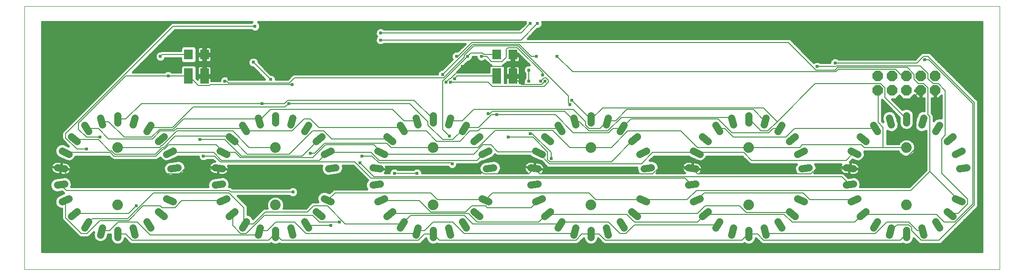
<source format=gbl>
G75*
%MOIN*%
%OFA0B0*%
%FSLAX24Y24*%
%IPPOS*%
%LPD*%
%AMOC8*
5,1,8,0,0,1.08239X$1,22.5*
%
%ADD10C,0.0000*%
%ADD11C,0.0515*%
%ADD12C,0.0740*%
%ADD13R,0.0630X0.0709*%
%ADD14R,0.0630X0.1063*%
%ADD15OC8,0.0740*%
%ADD16C,0.0060*%
%ADD17C,0.0240*%
%ADD18C,0.0160*%
D10*
X000180Y000180D02*
X000180Y018550D01*
X068172Y018550D01*
X068172Y000180D01*
X000180Y000180D01*
D11*
X006680Y002423D02*
X006680Y002937D01*
X005625Y003089D02*
X005481Y002595D01*
X004378Y003098D02*
X004657Y003532D01*
X003852Y004229D02*
X003462Y003892D01*
X002807Y004912D02*
X003276Y005125D01*
X002976Y006147D02*
X002466Y006074D01*
X002466Y007286D02*
X002976Y007213D01*
X003276Y008235D02*
X002807Y008448D01*
X003462Y009468D02*
X003852Y009131D01*
X004657Y009828D02*
X004378Y010262D01*
X005481Y010765D02*
X005625Y010271D01*
X006680Y010423D02*
X006680Y010937D01*
X007879Y010765D02*
X007735Y010271D01*
X008703Y009828D02*
X008982Y010262D01*
X009898Y009468D02*
X009508Y009131D01*
X010084Y008235D02*
X010553Y008448D01*
X013807Y008448D02*
X014276Y008235D01*
X014852Y009131D02*
X014462Y009468D01*
X015378Y010262D02*
X015657Y009828D01*
X016625Y010271D02*
X016481Y010765D01*
X017680Y010937D02*
X017680Y010423D01*
X018735Y010271D02*
X018879Y010765D01*
X019982Y010262D02*
X019703Y009828D01*
X020508Y009131D02*
X020898Y009468D01*
X021553Y008448D02*
X021084Y008235D01*
X021384Y007213D02*
X021894Y007286D01*
X024466Y007286D02*
X024976Y007213D01*
X025276Y008235D02*
X024807Y008448D01*
X025462Y009468D02*
X025852Y009131D01*
X026657Y009828D02*
X026378Y010262D01*
X027481Y010765D02*
X027625Y010271D01*
X028680Y010423D02*
X028680Y010937D01*
X029879Y010765D02*
X029735Y010271D01*
X030703Y009828D02*
X030982Y010262D01*
X031898Y009468D02*
X031508Y009131D01*
X032084Y008235D02*
X032553Y008448D01*
X035807Y008448D02*
X036276Y008235D01*
X036852Y009131D02*
X036462Y009468D01*
X037378Y010262D02*
X037657Y009828D01*
X038625Y010271D02*
X038481Y010765D01*
X039680Y010937D02*
X039680Y010423D01*
X040735Y010271D02*
X040879Y010765D01*
X041982Y010262D02*
X041703Y009828D01*
X042508Y009131D02*
X042898Y009468D01*
X043553Y008448D02*
X043084Y008235D01*
X043384Y007213D02*
X043894Y007286D01*
X046466Y007286D02*
X046976Y007213D01*
X047276Y008235D02*
X046807Y008448D01*
X047462Y009468D02*
X047852Y009131D01*
X048657Y009828D02*
X048378Y010262D01*
X049481Y010765D02*
X049625Y010271D01*
X050680Y010423D02*
X050680Y010937D01*
X051879Y010765D02*
X051735Y010271D01*
X052703Y009828D02*
X052982Y010262D01*
X053898Y009468D02*
X053508Y009131D01*
X054084Y008235D02*
X054553Y008448D01*
X057807Y008448D02*
X058276Y008235D01*
X058852Y009131D02*
X058462Y009468D01*
X059378Y010262D02*
X059657Y009828D01*
X060625Y010271D02*
X060481Y010765D01*
X061680Y010937D02*
X061680Y010423D01*
X062735Y010271D02*
X062879Y010765D01*
X063982Y010262D02*
X063703Y009828D01*
X064508Y009131D02*
X064898Y009468D01*
X065553Y008448D02*
X065084Y008235D01*
X065384Y007213D02*
X065894Y007286D01*
X065084Y005125D02*
X065553Y004912D01*
X064898Y003892D02*
X064508Y004229D01*
X063703Y003532D02*
X063982Y003098D01*
X062879Y002595D02*
X062735Y003089D01*
X061680Y002937D02*
X061680Y002423D01*
X060481Y002595D02*
X060625Y003089D01*
X059657Y003532D02*
X059378Y003098D01*
X058462Y003892D02*
X058852Y004229D01*
X058276Y005125D02*
X057807Y004912D01*
X054553Y004912D02*
X054084Y005125D01*
X053508Y004229D02*
X053898Y003892D01*
X052982Y003098D02*
X052703Y003532D01*
X051735Y003089D02*
X051879Y002595D01*
X050680Y002423D02*
X050680Y002937D01*
X049625Y003089D02*
X049481Y002595D01*
X048378Y003098D02*
X048657Y003532D01*
X047852Y004229D02*
X047462Y003892D01*
X046807Y004912D02*
X047276Y005125D01*
X046976Y006147D02*
X046466Y006074D01*
X043553Y004912D02*
X043084Y005125D01*
X042508Y004229D02*
X042898Y003892D01*
X041982Y003098D02*
X041703Y003532D01*
X040735Y003089D02*
X040879Y002595D01*
X039680Y002423D02*
X039680Y002937D01*
X038625Y003089D02*
X038481Y002595D01*
X037378Y003098D02*
X037657Y003532D01*
X036852Y004229D02*
X036462Y003892D01*
X035807Y004912D02*
X036276Y005125D01*
X035976Y006147D02*
X035466Y006074D01*
X032553Y004912D02*
X032084Y005125D01*
X031508Y004229D02*
X031898Y003892D01*
X030982Y003098D02*
X030703Y003532D01*
X029735Y003089D02*
X029879Y002595D01*
X028680Y002423D02*
X028680Y002937D01*
X027625Y003089D02*
X027481Y002595D01*
X026378Y003098D02*
X026657Y003532D01*
X025852Y004229D02*
X025462Y003892D01*
X024807Y004912D02*
X025276Y005125D01*
X024976Y006147D02*
X024466Y006074D01*
X021553Y004912D02*
X021084Y005125D01*
X020508Y004229D02*
X020898Y003892D01*
X019982Y003098D02*
X019703Y003532D01*
X018735Y003089D02*
X018879Y002595D01*
X017680Y002423D02*
X017680Y002937D01*
X016625Y003089D02*
X016481Y002595D01*
X015378Y003098D02*
X015657Y003532D01*
X014852Y004229D02*
X014462Y003892D01*
X013807Y004912D02*
X014276Y005125D01*
X013976Y006147D02*
X013466Y006074D01*
X010553Y004912D02*
X010084Y005125D01*
X009508Y004229D02*
X009898Y003892D01*
X008982Y003098D02*
X008703Y003532D01*
X007735Y003089D02*
X007879Y002595D01*
X010384Y007213D02*
X010894Y007286D01*
X013466Y007286D02*
X013976Y007213D01*
X032384Y007213D02*
X032894Y007286D01*
X035466Y007286D02*
X035976Y007213D01*
X054384Y007213D02*
X054894Y007286D01*
X057466Y007286D02*
X057976Y007213D01*
X057976Y006147D02*
X057466Y006074D01*
D12*
X061680Y004680D03*
X050680Y004680D03*
X039680Y004680D03*
X028680Y004680D03*
X017680Y004680D03*
X006680Y004680D03*
X006680Y008680D03*
X017680Y008680D03*
X028680Y008680D03*
X039680Y008680D03*
X050680Y008680D03*
X061680Y008680D03*
D13*
X034231Y015180D03*
X033129Y015180D03*
X012731Y015180D03*
X011629Y015180D03*
D14*
X011629Y013680D03*
X012731Y013680D03*
X033129Y013680D03*
X034231Y013680D03*
D15*
X059680Y013680D03*
X060680Y013680D03*
X061680Y013680D03*
X062680Y013680D03*
X063680Y013680D03*
X063680Y012680D03*
X062680Y012680D03*
X061680Y012680D03*
X060680Y012680D03*
X059680Y012680D03*
D16*
X059700Y012660D01*
X059700Y010440D01*
X060060Y010080D01*
X060060Y008700D01*
X058740Y008700D01*
X058560Y008880D01*
X054420Y008880D01*
X054240Y008700D01*
X050700Y008700D01*
X050680Y008680D01*
X050640Y008700D01*
X047100Y008700D01*
X045960Y009840D01*
X042240Y009840D01*
X041100Y008700D01*
X039720Y008700D01*
X039680Y008680D01*
X039660Y008700D01*
X038220Y008700D01*
X037020Y009900D01*
X033000Y009900D01*
X031800Y008700D01*
X028680Y008700D01*
X028680Y008680D01*
X028680Y008700D02*
X025740Y008700D01*
X025440Y009000D01*
X021120Y009000D01*
X020400Y008280D01*
X020100Y008280D01*
X020280Y007980D02*
X021180Y008880D01*
X024540Y008880D01*
X025020Y008400D01*
X025041Y008342D01*
X025080Y008340D01*
X025200Y008220D01*
X031500Y008220D01*
X032160Y008880D01*
X032700Y008880D01*
X033180Y008400D01*
X036000Y008400D01*
X036041Y008342D01*
X036000Y008340D01*
X036780Y007560D01*
X043200Y007560D01*
X043980Y008340D01*
X047040Y008340D01*
X047041Y008342D01*
X047100Y008340D01*
X050340Y008340D01*
X050880Y007800D01*
X057480Y007800D01*
X058020Y008340D01*
X058041Y008342D01*
X060060Y008700D02*
X061680Y008700D01*
X061680Y008680D01*
X062340Y008640D02*
X062340Y012360D01*
X062640Y012660D01*
X062680Y012680D01*
X062880Y013140D02*
X063180Y012840D01*
X063180Y010980D01*
X063300Y010860D01*
X063300Y007020D01*
X061980Y005700D01*
X047040Y005700D01*
X046380Y005040D01*
X043320Y005040D01*
X043319Y005018D01*
X043260Y005040D01*
X040020Y005040D01*
X039540Y005520D01*
X032820Y005520D01*
X032340Y005040D01*
X032319Y005018D01*
X032280Y005040D01*
X028980Y005040D01*
X028500Y005520D01*
X021840Y005520D01*
X021360Y005040D01*
X021319Y005018D01*
X021300Y004620D02*
X020340Y004620D01*
X019920Y004200D01*
X016980Y004200D01*
X016140Y003360D01*
X015540Y003360D01*
X015517Y003315D01*
X015480Y003360D01*
X015480Y004500D01*
X014460Y005520D01*
X009180Y005520D01*
X007380Y003720D01*
X004920Y003720D01*
X004560Y003360D01*
X004517Y003315D01*
X004560Y002700D02*
X005460Y003600D01*
X007440Y003600D01*
X008460Y004620D01*
X009660Y004620D01*
X009780Y004500D01*
X010680Y004500D01*
X011160Y004980D01*
X014040Y004980D01*
X014041Y005018D01*
X014580Y005580D02*
X014460Y005700D01*
X003120Y005700D01*
X002760Y006060D01*
X002721Y006111D01*
X003120Y006840D02*
X002760Y007200D01*
X002721Y007249D01*
X003120Y006840D02*
X010980Y006840D01*
X011340Y007200D01*
X013680Y007200D01*
X013721Y007249D01*
X013860Y007680D02*
X023220Y007680D01*
X024360Y006540D01*
X046260Y006540D01*
X046680Y006120D01*
X046721Y006111D01*
X047580Y005520D02*
X047100Y005040D01*
X047041Y005018D01*
X047640Y004620D02*
X050040Y004620D01*
X050520Y004140D01*
X053640Y004140D01*
X053700Y004080D01*
X053703Y004061D01*
X053160Y004020D02*
X053700Y003480D01*
X058080Y003480D01*
X058620Y004020D01*
X058657Y004061D01*
X058680Y004020D01*
X063780Y004020D01*
X064320Y003480D01*
X065040Y003480D01*
X066300Y004740D01*
X066300Y011760D01*
X063240Y014820D01*
X062940Y014820D01*
X062880Y015060D02*
X062400Y014580D01*
X056700Y014580D01*
X056820Y014400D02*
X062640Y014400D01*
X063180Y013860D01*
X063180Y013500D01*
X063540Y013140D01*
X063900Y013140D01*
X064380Y012660D01*
X064380Y009540D01*
X064140Y009300D01*
X064140Y006900D01*
X065940Y005100D01*
X065940Y004740D01*
X065280Y004080D01*
X064740Y004080D01*
X064703Y004061D01*
X066420Y004680D02*
X063960Y002220D01*
X062700Y002220D01*
X062040Y002880D01*
X062040Y003120D01*
X061860Y003300D01*
X061020Y003300D01*
X060600Y002880D01*
X060553Y002842D01*
X060300Y003480D02*
X059520Y002700D01*
X051960Y002700D01*
X051840Y002820D01*
X051807Y002842D01*
X050700Y002640D02*
X050680Y002680D01*
X050220Y002220D01*
X040680Y002220D01*
X040260Y002640D01*
X039720Y002640D01*
X039680Y002680D01*
X039660Y002640D01*
X039060Y002640D01*
X038640Y002220D01*
X029100Y002220D01*
X028680Y002640D01*
X028680Y002680D01*
X028680Y002640D02*
X028080Y002640D01*
X027660Y002220D01*
X018120Y002220D01*
X017700Y002640D01*
X017680Y002680D01*
X017220Y002220D01*
X007680Y002220D01*
X007260Y002640D01*
X006720Y002640D01*
X006680Y002680D01*
X006120Y002880D02*
X006720Y003480D01*
X008040Y003480D01*
X008940Y002580D01*
X016260Y002580D01*
X016500Y002820D01*
X016553Y002842D01*
X016560Y002880D01*
X017100Y002880D01*
X017700Y003480D01*
X019020Y003480D01*
X019800Y002700D01*
X027420Y002700D01*
X027540Y002820D01*
X027553Y002842D01*
X027600Y002880D01*
X028080Y002880D01*
X028680Y003480D01*
X030060Y003480D01*
X030840Y002700D01*
X038400Y002700D01*
X038520Y002820D01*
X038553Y002842D01*
X037680Y003480D02*
X037560Y003360D01*
X037517Y003315D01*
X037500Y003360D01*
X031440Y003360D01*
X030840Y003960D01*
X027120Y003960D01*
X026520Y003360D01*
X026517Y003315D01*
X026460Y003360D01*
X022560Y003360D01*
X021300Y004620D01*
X020280Y003960D02*
X020760Y003480D01*
X022140Y003480D01*
X021540Y003240D02*
X019920Y003240D01*
X019860Y003300D01*
X019843Y003315D01*
X020280Y003960D02*
X016920Y003960D01*
X015660Y002700D01*
X015240Y002700D01*
X014700Y003240D01*
X014700Y004020D01*
X014657Y004061D01*
X014580Y005580D02*
X018900Y005580D01*
X023580Y007620D02*
X024540Y006660D01*
X057180Y006660D01*
X057720Y006120D01*
X057721Y006111D01*
X055380Y007200D02*
X055020Y006840D01*
X047100Y006840D01*
X046740Y007200D01*
X046721Y007249D01*
X046680Y007200D01*
X044340Y007200D01*
X043980Y006840D01*
X036120Y006840D01*
X035760Y007200D01*
X035721Y007249D01*
X035700Y007200D01*
X035340Y006840D01*
X032220Y006840D01*
X031860Y007200D01*
X024780Y007200D01*
X024721Y007249D01*
X024900Y007620D02*
X029940Y007620D01*
X030000Y007560D01*
X031740Y007800D02*
X032280Y008340D01*
X032319Y008342D01*
X031740Y007800D02*
X024900Y007800D01*
X024360Y008340D01*
X021360Y008340D01*
X021319Y008342D01*
X021300Y008340D01*
X020760Y007800D01*
X013920Y007800D01*
X013380Y008340D01*
X010320Y008340D01*
X010319Y008342D01*
X009960Y008580D02*
X010260Y008880D01*
X013560Y008880D01*
X014040Y008400D01*
X014041Y008342D01*
X014100Y008340D01*
X014880Y008340D01*
X015240Y007980D01*
X020280Y007980D01*
X019560Y008100D02*
X020700Y009240D01*
X020703Y009299D01*
X021060Y009840D02*
X021600Y009300D01*
X025620Y009300D01*
X025657Y009299D01*
X026520Y010020D02*
X026700Y009840D01*
X028200Y009840D01*
X028920Y009120D01*
X030540Y009120D01*
X031260Y009840D01*
X031800Y009840D01*
X031980Y010020D01*
X037500Y010020D01*
X037517Y010045D01*
X037200Y010980D02*
X038460Y009720D01*
X040920Y009720D01*
X041220Y010020D01*
X041820Y010020D01*
X041843Y010045D01*
X041880Y010080D01*
X042480Y010680D01*
X048540Y010680D01*
X049500Y009720D01*
X052080Y009720D01*
X052380Y010020D01*
X052800Y010020D01*
X052843Y010045D01*
X052680Y010500D02*
X052020Y009840D01*
X051540Y009840D01*
X050700Y010680D01*
X050680Y010680D01*
X051000Y011340D02*
X051780Y010560D01*
X051807Y010518D01*
X052680Y010500D02*
X051720Y011460D01*
X040500Y011460D01*
X039720Y010680D01*
X039680Y010680D01*
X039660Y010680D01*
X038340Y012000D01*
X038100Y011820D02*
X038220Y011700D01*
X038100Y011820D02*
X038100Y012300D01*
X034620Y015780D01*
X031500Y015780D01*
X030840Y015120D01*
X030840Y015000D01*
X029400Y013560D01*
X019020Y013560D01*
X018660Y013200D01*
X014400Y013200D01*
X014280Y013320D01*
X014160Y013320D01*
X014460Y013440D02*
X016200Y015180D01*
X016140Y014640D02*
X017340Y013440D01*
X018840Y013080D02*
X013140Y013080D01*
X013080Y013020D01*
X012300Y013020D01*
X011640Y013680D01*
X011629Y013680D01*
X010200Y013680D01*
X007260Y013680D01*
X003960Y010380D01*
X003960Y009960D01*
X004500Y009420D01*
X005460Y009420D01*
X005340Y009240D02*
X006120Y008460D01*
X006240Y008460D01*
X006480Y008220D01*
X009300Y008220D01*
X009780Y008700D01*
X009900Y008700D01*
X010680Y009480D01*
X014460Y009480D01*
X014640Y009300D01*
X014657Y009299D01*
X014700Y009240D01*
X015720Y008220D01*
X018660Y008220D01*
X020280Y009840D01*
X021060Y009840D01*
X020700Y010080D02*
X020100Y010680D01*
X019680Y010680D01*
X018840Y009840D01*
X015720Y009840D01*
X015540Y010020D01*
X015517Y010045D01*
X015480Y010020D01*
X010800Y010020D01*
X010620Y009840D01*
X009660Y009840D01*
X009120Y009300D01*
X006060Y009300D01*
X005340Y010020D01*
X004560Y010020D01*
X004517Y010045D01*
X005553Y010518D02*
X005580Y010500D01*
X006060Y010500D01*
X007140Y009420D01*
X009060Y009420D01*
X009600Y009960D01*
X010560Y009960D01*
X011280Y010680D01*
X016380Y010680D01*
X016500Y010560D01*
X016553Y010518D01*
X016560Y010560D01*
X017340Y011340D01*
X025860Y011340D01*
X026640Y010560D01*
X027540Y010560D01*
X027553Y010518D01*
X028320Y010500D02*
X028320Y010260D01*
X029340Y009240D01*
X030060Y009240D01*
X030840Y010020D01*
X030843Y010045D01*
X030900Y010080D01*
X031860Y010080D01*
X032760Y010980D01*
X033120Y010980D01*
X037200Y010980D01*
X037860Y011220D02*
X038520Y010560D01*
X038553Y010518D01*
X038580Y010500D01*
X038880Y010500D01*
X039540Y009840D01*
X040860Y009840D01*
X041820Y010800D01*
X049260Y010800D01*
X049500Y010560D01*
X049553Y010518D01*
X049020Y010020D02*
X049620Y009420D01*
X053280Y009420D01*
X053880Y010020D01*
X059460Y010020D01*
X059517Y010045D01*
X060180Y012180D02*
X061680Y010680D01*
X063180Y015060D02*
X066420Y011820D01*
X066420Y004680D01*
X065319Y005018D02*
X065280Y005040D01*
X063300Y007020D01*
X062340Y008640D02*
X060960Y007260D01*
X057780Y007260D01*
X057721Y007249D01*
X057720Y007200D01*
X055380Y007200D01*
X054480Y005520D02*
X047580Y005520D01*
X047640Y004620D02*
X047100Y004080D01*
X042720Y004080D01*
X042703Y004061D01*
X042180Y004020D02*
X042720Y003480D01*
X047100Y003480D01*
X047640Y004020D01*
X047657Y004061D01*
X047700Y004020D01*
X053160Y004020D01*
X054480Y005520D02*
X054960Y005040D01*
X058020Y005040D01*
X058041Y005018D01*
X060300Y003480D02*
X061860Y003480D01*
X062460Y002880D01*
X062760Y002880D01*
X062807Y002842D01*
X061680Y002680D02*
X061680Y002640D01*
X061260Y002220D01*
X051720Y002220D01*
X051300Y002640D01*
X050700Y002640D01*
X048517Y003315D02*
X048480Y003300D01*
X042720Y003300D01*
X042120Y002700D01*
X041700Y002700D01*
X040920Y003480D01*
X037680Y003480D01*
X036660Y004020D02*
X036657Y004061D01*
X036600Y004020D01*
X036060Y003480D01*
X031740Y003480D01*
X031140Y004080D01*
X025680Y004080D01*
X025657Y004061D01*
X027720Y004980D02*
X028500Y004200D01*
X030960Y004200D01*
X031380Y004620D01*
X032340Y004620D01*
X032460Y004500D01*
X035520Y004500D01*
X036000Y004980D01*
X036041Y005018D01*
X036660Y004020D02*
X042180Y004020D01*
X041100Y007680D02*
X036840Y007680D01*
X036660Y007860D01*
X036660Y008400D01*
X035640Y009420D01*
X033900Y009420D01*
X035460Y009660D02*
X035580Y009660D01*
X036900Y008340D01*
X036900Y007920D01*
X041100Y007680D02*
X042660Y009240D01*
X042703Y009299D01*
X040800Y010500D02*
X040320Y010020D01*
X039540Y010020D01*
X039300Y010260D01*
X039300Y010500D01*
X038460Y011340D01*
X031500Y011340D01*
X030720Y010560D01*
X029820Y010560D01*
X029807Y010518D01*
X028680Y010680D02*
X027360Y012000D01*
X018540Y012000D01*
X018300Y011760D01*
X016740Y011760D01*
X008340Y011760D01*
X007260Y010680D01*
X006680Y010680D01*
X008843Y010045D02*
X008880Y010080D01*
X010500Y010080D01*
X011940Y011520D01*
X018360Y011520D01*
X018600Y011760D01*
X027060Y011760D01*
X028320Y010500D01*
X029340Y009960D02*
X029820Y009480D01*
X029340Y009960D02*
X029340Y013320D01*
X031080Y015060D01*
X031320Y015300D01*
X032100Y015300D01*
X032220Y015180D01*
X033129Y015180D01*
X033480Y014700D02*
X033780Y015000D01*
X033780Y015540D01*
X033900Y015660D01*
X034560Y015660D01*
X036300Y013920D01*
X036300Y013740D01*
X036420Y013560D02*
X036180Y013320D01*
X036240Y013080D02*
X034860Y013080D01*
X034260Y013680D01*
X034231Y013680D01*
X034260Y013680D02*
X034260Y014340D01*
X030720Y014340D01*
X029880Y013500D01*
X029820Y013500D01*
X029580Y013260D01*
X029880Y013260D02*
X032520Y013260D01*
X032820Y012960D01*
X036420Y012960D01*
X036720Y013260D01*
X036720Y013380D01*
X036540Y013560D01*
X036420Y013560D01*
X036480Y013320D02*
X036240Y013080D01*
X035340Y013320D02*
X035340Y014100D01*
X034260Y014340D02*
X034260Y015180D01*
X034231Y015180D01*
X034680Y015900D02*
X035520Y015060D01*
X035880Y015060D01*
X037320Y015060D02*
X038400Y013980D01*
X056760Y013980D01*
X056940Y014160D01*
X060900Y014160D01*
X061380Y013680D01*
X061680Y013680D01*
X062220Y013800D02*
X062220Y013440D01*
X062520Y013140D01*
X062880Y013140D01*
X060180Y012840D02*
X060180Y012180D01*
X060180Y012840D02*
X059880Y013140D01*
X055320Y013140D01*
X052680Y010500D01*
X051000Y011340D02*
X042180Y011340D01*
X041400Y010560D01*
X040860Y010560D01*
X040807Y010518D01*
X040800Y010500D01*
X037860Y011220D02*
X032820Y011220D01*
X032640Y011040D01*
X032520Y011040D01*
X026517Y010045D02*
X026520Y010020D01*
X026517Y010045D02*
X026460Y010080D01*
X020700Y010080D01*
X017680Y008680D02*
X017640Y008700D01*
X015840Y008700D01*
X014700Y009840D01*
X010800Y009840D01*
X009780Y008820D01*
X009720Y008820D01*
X009600Y008700D01*
X006720Y008700D01*
X006680Y008680D01*
X006180Y008340D02*
X006420Y008100D01*
X009360Y008100D01*
X009840Y008580D01*
X009960Y008580D01*
X012420Y009240D02*
X014160Y009240D01*
X015300Y008100D01*
X019560Y008100D01*
X023700Y008100D02*
X024420Y008100D01*
X024900Y007620D01*
X025980Y006900D02*
X027540Y006900D01*
X027720Y004980D02*
X025080Y004980D01*
X025041Y005018D01*
X013860Y007680D02*
X013440Y008100D01*
X012660Y008100D01*
X006180Y008340D02*
X003060Y008340D01*
X003041Y008342D01*
X003840Y008580D02*
X004500Y008580D01*
X003840Y008580D02*
X003060Y009360D01*
X003060Y009660D01*
X010560Y017160D01*
X016260Y017160D01*
X012731Y015180D02*
X012720Y015180D01*
X012720Y013680D01*
X012731Y013680D01*
X014220Y013680D01*
X014460Y013440D01*
X009780Y015180D02*
X009660Y015060D01*
X009780Y015180D02*
X011629Y015180D01*
X025020Y016200D02*
X034800Y016200D01*
X035940Y017340D01*
X035460Y017340D02*
X034800Y016680D01*
X025020Y016680D01*
X029340Y013800D02*
X031440Y015900D01*
X034680Y015900D01*
X032760Y014700D02*
X032400Y015060D01*
X032040Y015060D01*
X032760Y014700D02*
X033480Y014700D01*
X031380Y016020D02*
X030420Y015060D01*
X030300Y015060D01*
X031380Y016020D02*
X053460Y016020D01*
X055380Y014100D01*
X056700Y014100D01*
X056880Y014280D01*
X061740Y014280D01*
X062220Y013800D01*
X062880Y015060D02*
X063180Y015060D01*
X056820Y014400D02*
X056760Y014340D01*
X055440Y014340D01*
X049020Y010020D02*
X048540Y010020D01*
X048517Y010045D01*
X033129Y013680D02*
X030360Y013680D01*
X030180Y013500D01*
X005340Y009240D02*
X003660Y009240D01*
X003657Y009299D01*
X003041Y005018D02*
X003060Y004980D01*
X003060Y003780D01*
X004140Y002700D01*
X004560Y002700D01*
X005553Y002842D02*
X005580Y002880D01*
X006120Y002880D01*
X007440Y004080D02*
X003660Y004080D01*
X003657Y004061D01*
X007440Y004080D02*
X007980Y004620D01*
D17*
X007980Y004620D03*
X018900Y005580D03*
X022140Y003480D03*
X021540Y003240D03*
X025980Y006900D03*
X027540Y006900D03*
X030000Y007560D03*
X033900Y009420D03*
X035460Y009660D03*
X033120Y010980D03*
X032520Y011040D03*
X029820Y009480D03*
X023700Y008100D03*
X023580Y007620D03*
X020100Y008280D03*
X012660Y008100D03*
X012420Y009240D03*
X005460Y009420D03*
X004500Y008580D03*
X016740Y011760D03*
X018600Y011760D03*
X018840Y013080D03*
X017340Y013440D03*
X014460Y013440D03*
X014160Y013320D03*
X010200Y013680D03*
X009660Y015060D03*
X016140Y014640D03*
X016200Y015180D03*
X016260Y017160D03*
X025020Y016680D03*
X025020Y016200D03*
X030300Y015060D03*
X031080Y015060D03*
X032040Y015060D03*
X030720Y014340D03*
X029340Y013800D03*
X030180Y013500D03*
X029880Y013260D03*
X029580Y013260D03*
X035340Y013320D03*
X036180Y013320D03*
X036480Y013320D03*
X036300Y013740D03*
X035340Y014100D03*
X035880Y015060D03*
X037320Y015060D03*
X035940Y017340D03*
X035460Y017340D03*
X038340Y012000D03*
X038220Y011700D03*
X036900Y007920D03*
X055440Y014340D03*
X056700Y014580D03*
X062940Y014820D03*
D18*
X062651Y015213D02*
X062288Y014850D01*
X056939Y014850D01*
X056904Y014885D01*
X056772Y014940D01*
X056628Y014940D01*
X056496Y014885D01*
X056395Y014784D01*
X056340Y014652D01*
X056340Y014610D01*
X055679Y014610D01*
X055644Y014645D01*
X055512Y014700D01*
X055368Y014700D01*
X055236Y014645D01*
X055226Y014635D01*
X053613Y016249D01*
X053514Y016290D01*
X035272Y016290D01*
X035962Y016980D01*
X036012Y016980D01*
X036144Y017035D01*
X036245Y017136D01*
X036300Y017268D01*
X036300Y017412D01*
X036288Y017440D01*
X066940Y017440D01*
X066940Y001420D01*
X001420Y001420D01*
X001420Y017440D01*
X016031Y017440D01*
X016021Y017430D01*
X010506Y017430D01*
X010407Y017389D01*
X002907Y009889D01*
X002831Y009813D01*
X002790Y009714D01*
X002790Y009306D01*
X002831Y009207D01*
X003241Y008798D01*
X002923Y008942D01*
X002726Y008949D01*
X002540Y008880D01*
X002396Y008745D01*
X002313Y008565D01*
X002307Y008367D01*
X002376Y008182D01*
X002511Y008037D01*
X003160Y007741D01*
X003357Y007734D01*
X003543Y007804D01*
X003687Y007939D01*
X003747Y008070D01*
X006068Y008070D01*
X006191Y007947D01*
X006267Y007871D01*
X006366Y007830D01*
X009414Y007830D01*
X009513Y007871D01*
X009644Y008002D01*
X009673Y007939D01*
X009817Y007804D01*
X010003Y007734D01*
X010200Y007741D01*
X010849Y008037D01*
X010880Y008070D01*
X012300Y008070D01*
X012300Y008028D01*
X012355Y007896D01*
X012456Y007795D01*
X012588Y007740D01*
X012732Y007740D01*
X012864Y007795D01*
X012899Y007830D01*
X013328Y007830D01*
X013435Y007723D01*
X013425Y007723D01*
X013357Y007711D01*
X013292Y007689D01*
X013231Y007657D01*
X013176Y007616D01*
X013128Y007566D01*
X013089Y007510D01*
X013058Y007448D01*
X013038Y007382D01*
X013033Y007348D01*
X013028Y007314D01*
X013029Y007245D01*
X013041Y007178D01*
X013063Y007112D01*
X013095Y007051D01*
X013136Y006996D01*
X013186Y006948D01*
X013242Y006909D01*
X013304Y006878D01*
X013369Y006858D01*
X013658Y006816D01*
X013721Y007249D01*
X013721Y007249D01*
X014409Y007150D01*
X014404Y007116D01*
X014383Y007050D01*
X014353Y006988D01*
X014313Y006932D01*
X014265Y006883D01*
X014210Y006842D01*
X014149Y006809D01*
X014084Y006787D01*
X014016Y006776D01*
X013947Y006775D01*
X013658Y006816D01*
X013721Y007249D01*
X013721Y007249D01*
X014409Y007150D01*
X014413Y007184D01*
X014413Y007253D01*
X014401Y007321D01*
X014379Y007386D01*
X014366Y007410D01*
X020921Y007410D01*
X020878Y007240D01*
X020906Y007044D01*
X021007Y006873D01*
X021166Y006755D01*
X021357Y006706D01*
X022063Y006808D01*
X022233Y006909D01*
X022352Y007067D01*
X022401Y007259D01*
X022379Y007410D01*
X023108Y007410D01*
X024101Y006417D01*
X024008Y006293D01*
X023959Y006101D01*
X023988Y005905D01*
X024056Y005790D01*
X021786Y005790D01*
X021687Y005749D01*
X021445Y005507D01*
X021200Y005619D01*
X021003Y005626D01*
X020817Y005556D01*
X020673Y005421D01*
X020591Y005241D01*
X020584Y005044D01*
X020641Y004890D01*
X020286Y004890D01*
X020187Y004849D01*
X020111Y004773D01*
X019808Y004470D01*
X018253Y004470D01*
X018290Y004559D01*
X018290Y004801D01*
X018197Y005026D01*
X018026Y005197D01*
X017801Y005290D01*
X017559Y005290D01*
X017334Y005197D01*
X017163Y005026D01*
X017070Y004801D01*
X017070Y004559D01*
X017107Y004470D01*
X016926Y004470D01*
X016827Y004429D01*
X016751Y004353D01*
X016123Y003725D01*
X016122Y003734D01*
X016009Y003897D01*
X015842Y004004D01*
X015750Y004020D01*
X015750Y004554D01*
X015709Y004653D01*
X015633Y004729D01*
X015052Y005310D01*
X018661Y005310D01*
X018696Y005275D01*
X018828Y005220D01*
X018972Y005220D01*
X019104Y005275D01*
X019205Y005376D01*
X019260Y005508D01*
X019260Y005652D01*
X019205Y005784D01*
X019104Y005885D01*
X018972Y005940D01*
X018828Y005940D01*
X018696Y005885D01*
X018661Y005850D01*
X014692Y005850D01*
X014689Y005853D01*
X014613Y005929D01*
X014514Y005970D01*
X014444Y005970D01*
X014482Y006120D01*
X014454Y006316D01*
X014353Y006487D01*
X014194Y006605D01*
X014003Y006654D01*
X013297Y006552D01*
X013127Y006451D01*
X013008Y006293D01*
X012959Y006101D01*
X012978Y005970D01*
X003444Y005970D01*
X003482Y006120D01*
X003454Y006316D01*
X003353Y006487D01*
X003194Y006605D01*
X003003Y006654D01*
X002297Y006552D01*
X002127Y006451D01*
X002008Y006293D01*
X001959Y006101D01*
X001988Y005905D01*
X002089Y005735D01*
X002247Y005616D01*
X002439Y005568D01*
X002816Y005622D01*
X002891Y005547D01*
X002926Y005512D01*
X002511Y005323D01*
X002376Y005178D01*
X002307Y004993D01*
X002313Y004795D01*
X002396Y004615D01*
X002540Y004480D01*
X002726Y004411D01*
X002790Y004413D01*
X002790Y003726D01*
X002831Y003627D01*
X002907Y003551D01*
X003987Y002471D01*
X004086Y002430D01*
X004614Y002430D01*
X004713Y002471D01*
X004789Y002547D01*
X005014Y002773D01*
X004976Y002640D01*
X004997Y002443D01*
X005092Y002269D01*
X005246Y002145D01*
X005436Y002090D01*
X005633Y002111D01*
X005807Y002206D01*
X005931Y002360D01*
X006004Y002610D01*
X006174Y002610D01*
X006183Y002614D01*
X006183Y002324D01*
X006258Y002141D01*
X006398Y002001D01*
X006581Y001925D01*
X006779Y001925D01*
X006962Y002001D01*
X007102Y002141D01*
X007177Y002324D01*
X007177Y002341D01*
X007451Y002067D01*
X007527Y001991D01*
X007626Y001950D01*
X017274Y001950D01*
X017373Y001991D01*
X017390Y002009D01*
X017398Y002001D01*
X017581Y001925D01*
X017779Y001925D01*
X017959Y001999D01*
X017967Y001991D01*
X018066Y001950D01*
X027714Y001950D01*
X027813Y001991D01*
X027889Y002067D01*
X028183Y002361D01*
X028183Y002324D01*
X028258Y002141D01*
X028398Y002001D01*
X028581Y001925D01*
X028779Y001925D01*
X028945Y001994D01*
X028947Y001991D01*
X029046Y001950D01*
X038694Y001950D01*
X038793Y001991D01*
X038869Y002067D01*
X039172Y002370D01*
X039183Y002370D01*
X039183Y002324D01*
X039258Y002141D01*
X039398Y002001D01*
X039581Y001925D01*
X039779Y001925D01*
X039962Y002001D01*
X040102Y002141D01*
X040177Y002324D01*
X040177Y002341D01*
X040451Y002067D01*
X040527Y001991D01*
X040626Y001950D01*
X050274Y001950D01*
X050373Y001991D01*
X050390Y002009D01*
X050398Y002001D01*
X050581Y001925D01*
X050779Y001925D01*
X050962Y002001D01*
X051102Y002141D01*
X051177Y002324D01*
X051177Y002370D01*
X051188Y002370D01*
X051491Y002067D01*
X051567Y001991D01*
X051666Y001950D01*
X061314Y001950D01*
X061413Y001991D01*
X061415Y001994D01*
X061581Y001925D01*
X061779Y001925D01*
X061962Y002001D01*
X062102Y002141D01*
X062177Y002324D01*
X062177Y002361D01*
X062547Y001991D01*
X062646Y001950D01*
X064014Y001950D01*
X064113Y001991D01*
X064189Y002067D01*
X064189Y002067D01*
X066573Y004451D01*
X066649Y004527D01*
X066690Y004626D01*
X066690Y011874D01*
X066649Y011973D01*
X066573Y012049D01*
X063333Y015289D01*
X063234Y015330D01*
X062826Y015330D01*
X062727Y015289D01*
X062651Y015213D01*
X062614Y015176D02*
X054686Y015176D01*
X054528Y015334D02*
X066940Y015334D01*
X066940Y015176D02*
X063446Y015176D01*
X063605Y015017D02*
X066940Y015017D01*
X066940Y014859D02*
X063763Y014859D01*
X063922Y014700D02*
X066940Y014700D01*
X066940Y014542D02*
X064080Y014542D01*
X064239Y014383D02*
X066940Y014383D01*
X066940Y014225D02*
X064397Y014225D01*
X064556Y014066D02*
X066940Y014066D01*
X066940Y013908D02*
X064714Y013908D01*
X064873Y013749D02*
X066940Y013749D01*
X066940Y013591D02*
X065031Y013591D01*
X065190Y013432D02*
X066940Y013432D01*
X066940Y013274D02*
X065348Y013274D01*
X065507Y013115D02*
X066940Y013115D01*
X066940Y012957D02*
X065665Y012957D01*
X065824Y012798D02*
X066940Y012798D01*
X066940Y012640D02*
X065982Y012640D01*
X066141Y012481D02*
X066940Y012481D01*
X066940Y012323D02*
X066299Y012323D01*
X066458Y012164D02*
X066940Y012164D01*
X066940Y012006D02*
X066616Y012006D01*
X066690Y011847D02*
X066940Y011847D01*
X066940Y011689D02*
X066690Y011689D01*
X066690Y011530D02*
X066940Y011530D01*
X066940Y011372D02*
X066690Y011372D01*
X066690Y011213D02*
X066940Y011213D01*
X066940Y011055D02*
X066690Y011055D01*
X066690Y010896D02*
X066940Y010896D01*
X066940Y010738D02*
X066690Y010738D01*
X066690Y010579D02*
X066940Y010579D01*
X066940Y010421D02*
X066690Y010421D01*
X066690Y010262D02*
X066940Y010262D01*
X066940Y010104D02*
X066690Y010104D01*
X066690Y009945D02*
X066940Y009945D01*
X066940Y009787D02*
X066690Y009787D01*
X066690Y009628D02*
X066940Y009628D01*
X066940Y009470D02*
X066690Y009470D01*
X066690Y009311D02*
X066940Y009311D01*
X066940Y009153D02*
X066690Y009153D01*
X066690Y008994D02*
X066940Y008994D01*
X066940Y008836D02*
X066690Y008836D01*
X066690Y008677D02*
X066940Y008677D01*
X066940Y008519D02*
X066690Y008519D01*
X066690Y008360D02*
X066940Y008360D01*
X066940Y008202D02*
X066690Y008202D01*
X066690Y008043D02*
X066940Y008043D01*
X066940Y007885D02*
X066690Y007885D01*
X066690Y007726D02*
X066940Y007726D01*
X066940Y007568D02*
X066690Y007568D01*
X066690Y007409D02*
X066940Y007409D01*
X066940Y007251D02*
X066690Y007251D01*
X066690Y007092D02*
X066940Y007092D01*
X066940Y006934D02*
X066690Y006934D01*
X066690Y006775D02*
X066940Y006775D01*
X066940Y006617D02*
X066690Y006617D01*
X066690Y006458D02*
X066940Y006458D01*
X066940Y006300D02*
X066690Y006300D01*
X066690Y006141D02*
X066940Y006141D01*
X066940Y005983D02*
X066690Y005983D01*
X066690Y005824D02*
X066940Y005824D01*
X066940Y005666D02*
X066690Y005666D01*
X066690Y005507D02*
X066940Y005507D01*
X066940Y005349D02*
X066690Y005349D01*
X066690Y005190D02*
X066940Y005190D01*
X066940Y005032D02*
X066690Y005032D01*
X066690Y004873D02*
X066940Y004873D01*
X066940Y004715D02*
X066690Y004715D01*
X066661Y004556D02*
X066940Y004556D01*
X066940Y004398D02*
X066519Y004398D01*
X066573Y004451D02*
X066573Y004451D01*
X066361Y004239D02*
X066940Y004239D01*
X066940Y004081D02*
X066202Y004081D01*
X066044Y003922D02*
X066940Y003922D01*
X066940Y003764D02*
X065885Y003764D01*
X065727Y003605D02*
X066940Y003605D01*
X066940Y003447D02*
X065568Y003447D01*
X065410Y003288D02*
X066940Y003288D01*
X066940Y003130D02*
X065251Y003130D01*
X065093Y002971D02*
X066940Y002971D01*
X066940Y002813D02*
X064934Y002813D01*
X064776Y002654D02*
X066940Y002654D01*
X066940Y002496D02*
X064617Y002496D01*
X064459Y002337D02*
X066940Y002337D01*
X066940Y002179D02*
X064300Y002179D01*
X064142Y002020D02*
X066940Y002020D01*
X066940Y001862D02*
X001420Y001862D01*
X001420Y002020D02*
X006379Y002020D01*
X006243Y002179D02*
X005756Y002179D01*
X005912Y002337D02*
X006183Y002337D01*
X006183Y002496D02*
X005970Y002496D01*
X005055Y002337D02*
X001420Y002337D01*
X001420Y002179D02*
X005205Y002179D01*
X004991Y002496D02*
X004737Y002496D01*
X004896Y002654D02*
X004980Y002654D01*
X003963Y002496D02*
X001420Y002496D01*
X001420Y002654D02*
X003804Y002654D01*
X003646Y002813D02*
X001420Y002813D01*
X001420Y002971D02*
X003487Y002971D01*
X003329Y003130D02*
X001420Y003130D01*
X001420Y003288D02*
X003170Y003288D01*
X003012Y003447D02*
X001420Y003447D01*
X001420Y003605D02*
X002853Y003605D01*
X002790Y003764D02*
X001420Y003764D01*
X001420Y003922D02*
X002790Y003922D01*
X002790Y004081D02*
X001420Y004081D01*
X001420Y004239D02*
X002790Y004239D01*
X002790Y004398D02*
X001420Y004398D01*
X001420Y004556D02*
X002459Y004556D01*
X002350Y004715D02*
X001420Y004715D01*
X001420Y004873D02*
X002311Y004873D01*
X002321Y005032D02*
X001420Y005032D01*
X001420Y005190D02*
X002387Y005190D01*
X002566Y005349D02*
X001420Y005349D01*
X001420Y005507D02*
X002914Y005507D01*
X002891Y005547D02*
X002891Y005547D01*
X002181Y005666D02*
X001420Y005666D01*
X001420Y005824D02*
X002036Y005824D01*
X001976Y005983D02*
X001420Y005983D01*
X001420Y006141D02*
X001970Y006141D01*
X002013Y006300D02*
X001420Y006300D01*
X001420Y006458D02*
X002138Y006458D01*
X002743Y006617D02*
X001420Y006617D01*
X001420Y006775D02*
X002944Y006775D01*
X002947Y006775D02*
X003016Y006776D01*
X003084Y006787D01*
X003149Y006809D01*
X003210Y006842D01*
X003265Y006883D01*
X003313Y006932D01*
X003353Y006988D01*
X003383Y007050D01*
X003404Y007116D01*
X003409Y007150D01*
X002721Y007249D01*
X002721Y007249D01*
X002658Y006816D01*
X002721Y007249D01*
X002721Y007249D01*
X003409Y007150D01*
X003413Y007184D01*
X003413Y007253D01*
X003401Y007321D01*
X003379Y007386D01*
X003346Y007447D01*
X003305Y007502D01*
X003256Y007550D01*
X003200Y007590D01*
X003138Y007620D01*
X003072Y007641D01*
X002783Y007682D01*
X002494Y007724D01*
X002425Y007723D01*
X002357Y007711D01*
X002292Y007689D01*
X002231Y007657D01*
X002176Y007616D01*
X002128Y007566D01*
X002089Y007510D01*
X002058Y007448D01*
X002038Y007382D01*
X002033Y007348D01*
X002028Y007314D01*
X002029Y007245D01*
X002041Y007178D01*
X002063Y007112D01*
X002095Y007051D01*
X002136Y006996D01*
X002186Y006948D01*
X002242Y006909D01*
X002304Y006878D01*
X002369Y006858D01*
X002658Y006816D01*
X002947Y006775D01*
X002976Y006775D02*
X010139Y006775D01*
X010166Y006755D02*
X010357Y006706D01*
X011063Y006808D01*
X011233Y006909D01*
X011352Y007067D01*
X011401Y007259D01*
X011372Y007455D01*
X011271Y007625D01*
X011113Y007744D01*
X010921Y007792D01*
X010216Y007691D01*
X010045Y007590D01*
X009927Y007431D01*
X009878Y007240D01*
X009906Y007044D01*
X010007Y006873D01*
X010166Y006755D01*
X009972Y006934D02*
X003314Y006934D01*
X003396Y007092D02*
X009899Y007092D01*
X009881Y007251D02*
X003413Y007251D01*
X003367Y007409D02*
X009921Y007409D01*
X010029Y007568D02*
X003231Y007568D01*
X002783Y007682D02*
X002721Y007249D01*
X002721Y007249D01*
X002033Y007348D01*
X002721Y007249D01*
X002721Y007249D01*
X002783Y007682D01*
X002767Y007568D02*
X002767Y007568D01*
X002744Y007409D02*
X002744Y007409D01*
X002721Y007251D02*
X002721Y007251D01*
X002712Y007251D02*
X002712Y007251D01*
X002698Y007092D02*
X002698Y007092D01*
X002675Y006934D02*
X002675Y006934D01*
X002207Y006934D02*
X001420Y006934D01*
X001420Y007092D02*
X002074Y007092D01*
X002029Y007251D02*
X001420Y007251D01*
X001420Y007409D02*
X002046Y007409D01*
X002129Y007568D02*
X001420Y007568D01*
X001420Y007726D02*
X010460Y007726D01*
X010515Y007885D02*
X012366Y007885D01*
X012300Y008043D02*
X010855Y008043D01*
X009731Y007885D02*
X009526Y007885D01*
X011136Y007726D02*
X013432Y007726D01*
X013129Y007568D02*
X011306Y007568D01*
X011379Y007409D02*
X013046Y007409D01*
X013033Y007348D02*
X013721Y007249D01*
X013033Y007348D01*
X013029Y007251D02*
X011398Y007251D01*
X011358Y007092D02*
X013074Y007092D01*
X013207Y006934D02*
X011252Y006934D01*
X010836Y006775D02*
X013944Y006775D01*
X013976Y006775D02*
X021139Y006775D01*
X020972Y006934D02*
X014314Y006934D01*
X014396Y007092D02*
X020899Y007092D01*
X020881Y007251D02*
X014413Y007251D01*
X014367Y007409D02*
X020921Y007409D01*
X022379Y007409D02*
X023109Y007409D01*
X023268Y007251D02*
X022398Y007251D01*
X022358Y007092D02*
X023426Y007092D01*
X023585Y006934D02*
X022252Y006934D01*
X021836Y006775D02*
X023743Y006775D01*
X023902Y006617D02*
X014149Y006617D01*
X014370Y006458D02*
X024060Y006458D01*
X024013Y006300D02*
X014456Y006300D01*
X014479Y006141D02*
X023970Y006141D01*
X023976Y005983D02*
X014447Y005983D01*
X013013Y006300D02*
X003456Y006300D01*
X003479Y006141D02*
X012970Y006141D01*
X012976Y005983D02*
X003447Y005983D01*
X003370Y006458D02*
X013138Y006458D01*
X013743Y006617D02*
X003149Y006617D01*
X002845Y007885D02*
X001420Y007885D01*
X001420Y008043D02*
X002505Y008043D01*
X002368Y008202D02*
X001420Y008202D01*
X001420Y008360D02*
X002309Y008360D01*
X002312Y008519D02*
X001420Y008519D01*
X001420Y008677D02*
X002365Y008677D01*
X002493Y008836D02*
X001420Y008836D01*
X001420Y008994D02*
X003044Y008994D01*
X003157Y008836D02*
X003203Y008836D01*
X002886Y009153D02*
X001420Y009153D01*
X001420Y009311D02*
X002790Y009311D01*
X002790Y009470D02*
X001420Y009470D01*
X001420Y009628D02*
X002790Y009628D01*
X002820Y009787D02*
X001420Y009787D01*
X001420Y009945D02*
X002963Y009945D01*
X003122Y010104D02*
X001420Y010104D01*
X001420Y010262D02*
X003280Y010262D01*
X003439Y010421D02*
X001420Y010421D01*
X001420Y010579D02*
X003597Y010579D01*
X003756Y010738D02*
X001420Y010738D01*
X001420Y010896D02*
X003914Y010896D01*
X004073Y011055D02*
X001420Y011055D01*
X001420Y011213D02*
X004231Y011213D01*
X004390Y011372D02*
X001420Y011372D01*
X001420Y011530D02*
X004548Y011530D01*
X004707Y011689D02*
X001420Y011689D01*
X001420Y011847D02*
X004865Y011847D01*
X005024Y012006D02*
X001420Y012006D01*
X001420Y012164D02*
X005182Y012164D01*
X005341Y012323D02*
X001420Y012323D01*
X001420Y012481D02*
X005499Y012481D01*
X005658Y012640D02*
X001420Y012640D01*
X001420Y012798D02*
X005816Y012798D01*
X005975Y012957D02*
X001420Y012957D01*
X001420Y013115D02*
X006133Y013115D01*
X006292Y013274D02*
X001420Y013274D01*
X001420Y013432D02*
X006450Y013432D01*
X006609Y013591D02*
X001420Y013591D01*
X001420Y013749D02*
X006767Y013749D01*
X006926Y013908D02*
X001420Y013908D01*
X001420Y014066D02*
X007084Y014066D01*
X007243Y014225D02*
X001420Y014225D01*
X001420Y014383D02*
X007401Y014383D01*
X007560Y014542D02*
X001420Y014542D01*
X001420Y014700D02*
X007718Y014700D01*
X007877Y014859D02*
X001420Y014859D01*
X001420Y015017D02*
X008035Y015017D01*
X008194Y015176D02*
X001420Y015176D01*
X001420Y015334D02*
X008352Y015334D01*
X008511Y015493D02*
X001420Y015493D01*
X001420Y015651D02*
X008669Y015651D01*
X008828Y015810D02*
X001420Y015810D01*
X001420Y015968D02*
X008986Y015968D01*
X009145Y016127D02*
X001420Y016127D01*
X001420Y016285D02*
X009303Y016285D01*
X009462Y016444D02*
X001420Y016444D01*
X001420Y016602D02*
X009620Y016602D01*
X009779Y016761D02*
X001420Y016761D01*
X001420Y016919D02*
X009937Y016919D01*
X010096Y017078D02*
X001420Y017078D01*
X001420Y017236D02*
X010254Y017236D01*
X010421Y017395D02*
X001420Y017395D01*
X009116Y015334D02*
X009425Y015334D01*
X009456Y015365D02*
X009355Y015264D01*
X009300Y015132D01*
X009300Y014988D01*
X009355Y014856D01*
X009456Y014755D01*
X009588Y014700D01*
X008482Y014700D01*
X008640Y014859D02*
X009354Y014859D01*
X009300Y015017D02*
X008799Y015017D01*
X008957Y015176D02*
X009318Y015176D01*
X009456Y015365D02*
X009588Y015420D01*
X009654Y015420D01*
X009726Y015450D01*
X011074Y015450D01*
X011074Y015582D01*
X011110Y015670D01*
X011178Y015738D01*
X011266Y015774D01*
X011992Y015774D01*
X012080Y015738D01*
X012147Y015670D01*
X012184Y015582D01*
X012184Y014778D01*
X012147Y014690D01*
X012080Y014622D01*
X011992Y014586D01*
X011266Y014586D01*
X011178Y014622D01*
X011110Y014690D01*
X011074Y014778D01*
X011074Y014910D01*
X009988Y014910D01*
X009965Y014856D01*
X009864Y014755D01*
X009732Y014700D01*
X011106Y014700D01*
X011074Y014859D02*
X009966Y014859D01*
X009732Y014700D02*
X009588Y014700D01*
X008323Y014542D02*
X015791Y014542D01*
X015780Y014568D02*
X015835Y014436D01*
X015936Y014335D01*
X016068Y014280D01*
X016118Y014280D01*
X016928Y013470D01*
X014512Y013470D01*
X014470Y013511D01*
X014465Y013524D01*
X014364Y013625D01*
X014232Y013680D01*
X014088Y013680D01*
X013956Y013625D01*
X013855Y013524D01*
X013800Y013392D01*
X013800Y013350D01*
X013226Y013350D01*
X013226Y013603D01*
X012809Y013603D01*
X012809Y013757D01*
X013226Y013757D01*
X013226Y014235D01*
X013214Y014281D01*
X013190Y014322D01*
X013157Y014356D01*
X013116Y014379D01*
X013070Y014391D01*
X012809Y014391D01*
X012809Y013757D01*
X012654Y013757D01*
X012654Y013603D01*
X012236Y013603D01*
X012236Y013466D01*
X012184Y013518D01*
X012184Y014259D01*
X012147Y014347D01*
X012080Y014415D01*
X011992Y014451D01*
X011266Y014451D01*
X011178Y014415D01*
X011110Y014347D01*
X011074Y014259D01*
X011074Y013950D01*
X010439Y013950D01*
X010404Y013985D01*
X010272Y014040D01*
X010128Y014040D01*
X009996Y013985D01*
X009961Y013950D01*
X007732Y013950D01*
X010672Y016890D01*
X016021Y016890D01*
X016056Y016855D01*
X016188Y016800D01*
X016332Y016800D01*
X016464Y016855D01*
X016565Y016956D01*
X016620Y017088D01*
X016620Y017232D01*
X016565Y017364D01*
X016489Y017440D01*
X035112Y017440D01*
X035100Y017412D01*
X035100Y017362D01*
X034688Y016950D01*
X025259Y016950D01*
X025224Y016985D01*
X025092Y017040D01*
X024948Y017040D01*
X024816Y016985D01*
X024715Y016884D01*
X024660Y016752D01*
X024660Y016608D01*
X024715Y016476D01*
X024751Y016440D01*
X024715Y016404D01*
X024660Y016272D01*
X024660Y016128D01*
X024715Y015996D01*
X024816Y015895D01*
X024948Y015840D01*
X025092Y015840D01*
X025224Y015895D01*
X025259Y015930D01*
X030908Y015930D01*
X030390Y015412D01*
X030372Y015420D01*
X030228Y015420D01*
X030096Y015365D01*
X029995Y015264D01*
X029940Y015132D01*
X029940Y014988D01*
X029995Y014856D01*
X030005Y014846D01*
X029318Y014160D01*
X029268Y014160D01*
X029136Y014105D01*
X029035Y014004D01*
X028980Y013872D01*
X028980Y013830D01*
X018966Y013830D01*
X018867Y013789D01*
X018791Y013713D01*
X018548Y013470D01*
X017700Y013470D01*
X017700Y013512D01*
X017645Y013644D01*
X017544Y013745D01*
X017412Y013800D01*
X017362Y013800D01*
X016500Y014662D01*
X016500Y014712D01*
X016445Y014844D01*
X016344Y014945D01*
X016212Y015000D01*
X016068Y015000D01*
X015936Y014945D01*
X015835Y014844D01*
X015780Y014712D01*
X015780Y014568D01*
X015780Y014700D02*
X013175Y014700D01*
X013190Y014715D02*
X013157Y014682D01*
X013116Y014658D01*
X013070Y014646D01*
X012809Y014646D01*
X012809Y015103D01*
X012809Y015257D01*
X013226Y015257D01*
X013226Y015558D01*
X013214Y015604D01*
X013190Y015645D01*
X013157Y015678D01*
X013116Y015702D01*
X013070Y015714D01*
X012809Y015714D01*
X012809Y015257D01*
X012654Y015257D01*
X012654Y015103D01*
X012236Y015103D01*
X012236Y014802D01*
X012248Y014756D01*
X012272Y014715D01*
X012306Y014682D01*
X012347Y014658D01*
X012393Y014646D01*
X012654Y014646D01*
X012654Y015103D01*
X012809Y015103D01*
X013226Y015103D01*
X013226Y014802D01*
X013214Y014756D01*
X013190Y014715D01*
X013226Y014859D02*
X015849Y014859D01*
X016431Y014859D02*
X029994Y014859D01*
X029940Y015017D02*
X013226Y015017D01*
X012809Y015017D02*
X012654Y015017D01*
X012654Y014859D02*
X012809Y014859D01*
X012809Y014700D02*
X012654Y014700D01*
X012654Y014391D02*
X012393Y014391D01*
X012347Y014379D01*
X012306Y014356D01*
X012272Y014322D01*
X012248Y014281D01*
X012236Y014235D01*
X012236Y013757D01*
X012654Y013757D01*
X012654Y014391D01*
X012654Y014383D02*
X012809Y014383D01*
X012809Y014225D02*
X012654Y014225D01*
X012654Y014066D02*
X012809Y014066D01*
X012809Y013908D02*
X012654Y013908D01*
X012654Y013749D02*
X012184Y013749D01*
X012184Y013591D02*
X012236Y013591D01*
X012236Y013908D02*
X012184Y013908D01*
X012184Y014066D02*
X012236Y014066D01*
X012236Y014225D02*
X012184Y014225D01*
X012112Y014383D02*
X012361Y014383D01*
X012287Y014700D02*
X012152Y014700D01*
X012184Y014859D02*
X012236Y014859D01*
X012236Y015017D02*
X012184Y015017D01*
X012184Y015176D02*
X012654Y015176D01*
X012654Y015257D02*
X012236Y015257D01*
X012236Y015558D01*
X012248Y015604D01*
X012272Y015645D01*
X012306Y015678D01*
X012347Y015702D01*
X012393Y015714D01*
X012654Y015714D01*
X012654Y015257D01*
X012654Y015334D02*
X012809Y015334D01*
X012809Y015176D02*
X029958Y015176D01*
X030065Y015334D02*
X013226Y015334D01*
X013226Y015493D02*
X030471Y015493D01*
X030629Y015651D02*
X013184Y015651D01*
X012809Y015651D02*
X012654Y015651D01*
X012654Y015493D02*
X012809Y015493D01*
X012278Y015651D02*
X012155Y015651D01*
X012184Y015493D02*
X012236Y015493D01*
X012236Y015334D02*
X012184Y015334D01*
X011074Y015493D02*
X009274Y015493D01*
X009433Y015651D02*
X011102Y015651D01*
X009750Y015968D02*
X024743Y015968D01*
X024661Y016127D02*
X009908Y016127D01*
X010067Y016285D02*
X024666Y016285D01*
X024747Y016444D02*
X010225Y016444D01*
X010384Y016602D02*
X024663Y016602D01*
X024664Y016761D02*
X010542Y016761D01*
X009591Y015810D02*
X030788Y015810D01*
X031440Y015030D02*
X031680Y015030D01*
X031680Y014988D01*
X031735Y014856D01*
X031836Y014755D01*
X031968Y014700D01*
X031152Y014700D01*
X031284Y014755D01*
X031385Y014856D01*
X031440Y014988D01*
X031440Y015030D01*
X031440Y015017D02*
X031680Y015017D01*
X031734Y014859D02*
X031386Y014859D01*
X031152Y014700D02*
X031102Y014700D01*
X030352Y013950D01*
X032574Y013950D01*
X032574Y014259D01*
X032610Y014347D01*
X032678Y014415D01*
X032714Y014430D01*
X032706Y014430D01*
X032607Y014471D01*
X032531Y014547D01*
X032531Y014547D01*
X032288Y014790D01*
X032279Y014790D01*
X032244Y014755D01*
X032112Y014700D01*
X032378Y014700D01*
X032537Y014542D02*
X030943Y014542D01*
X030785Y014383D02*
X032646Y014383D01*
X032574Y014225D02*
X030626Y014225D01*
X030468Y014066D02*
X032574Y014066D01*
X033539Y014432D02*
X033633Y014471D01*
X033830Y014668D01*
X033847Y014658D01*
X033893Y014646D01*
X034154Y014646D01*
X034154Y015103D01*
X034309Y015103D01*
X034309Y015257D01*
X034581Y015257D01*
X035378Y014460D01*
X035268Y014460D01*
X035136Y014405D01*
X035035Y014304D01*
X034980Y014172D01*
X034980Y014028D01*
X035035Y013896D01*
X035070Y013861D01*
X035070Y013559D01*
X035035Y013524D01*
X034980Y013392D01*
X034980Y013248D01*
X034988Y013230D01*
X034726Y013230D01*
X034726Y013603D01*
X034309Y013603D01*
X034309Y013757D01*
X034726Y013757D01*
X034726Y014235D01*
X034714Y014281D01*
X034690Y014322D01*
X034657Y014356D01*
X034616Y014379D01*
X034570Y014391D01*
X034309Y014391D01*
X034309Y013757D01*
X034154Y013757D01*
X034154Y013603D01*
X033736Y013603D01*
X033736Y013230D01*
X033684Y013230D01*
X033684Y014259D01*
X033647Y014347D01*
X033580Y014415D01*
X033539Y014432D01*
X033612Y014383D02*
X033861Y014383D01*
X033847Y014379D02*
X033806Y014356D01*
X033772Y014322D01*
X033748Y014281D01*
X033736Y014235D01*
X033736Y013757D01*
X034154Y013757D01*
X034154Y014391D01*
X033893Y014391D01*
X033847Y014379D01*
X033736Y014225D02*
X033684Y014225D01*
X033684Y014066D02*
X033736Y014066D01*
X033736Y013908D02*
X033684Y013908D01*
X033684Y013749D02*
X034154Y013749D01*
X034309Y013749D02*
X035070Y013749D01*
X035070Y013591D02*
X034726Y013591D01*
X034726Y013432D02*
X034997Y013432D01*
X034980Y013274D02*
X034726Y013274D01*
X033736Y013274D02*
X033684Y013274D01*
X033684Y013432D02*
X033736Y013432D01*
X033736Y013591D02*
X033684Y013591D01*
X034154Y013908D02*
X034309Y013908D01*
X034309Y014066D02*
X034154Y014066D01*
X034154Y014225D02*
X034309Y014225D01*
X034309Y014383D02*
X034154Y014383D01*
X034309Y014646D02*
X034570Y014646D01*
X034616Y014658D01*
X034657Y014682D01*
X034690Y014715D01*
X034714Y014756D01*
X034726Y014802D01*
X034726Y015103D01*
X034309Y015103D01*
X034309Y014646D01*
X034309Y014700D02*
X034154Y014700D01*
X034154Y014859D02*
X034309Y014859D01*
X034309Y015017D02*
X034154Y015017D01*
X034309Y015176D02*
X034663Y015176D01*
X034726Y015017D02*
X034821Y015017D01*
X034726Y014859D02*
X034980Y014859D01*
X035138Y014700D02*
X034675Y014700D01*
X034601Y014383D02*
X035114Y014383D01*
X035002Y014225D02*
X034726Y014225D01*
X034726Y014066D02*
X034980Y014066D01*
X035030Y013908D02*
X034726Y013908D01*
X035297Y014542D02*
X033703Y014542D01*
X032112Y014700D02*
X031968Y014700D01*
X029858Y014700D02*
X016500Y014700D01*
X016620Y014542D02*
X029700Y014542D01*
X029541Y014383D02*
X016779Y014383D01*
X016937Y014225D02*
X029383Y014225D01*
X029097Y014066D02*
X017096Y014066D01*
X017254Y013908D02*
X028995Y013908D01*
X035425Y016444D02*
X066940Y016444D01*
X066940Y016602D02*
X035584Y016602D01*
X035742Y016761D02*
X066940Y016761D01*
X066940Y016919D02*
X035901Y016919D01*
X036187Y017078D02*
X066940Y017078D01*
X066940Y017236D02*
X036287Y017236D01*
X036300Y017395D02*
X066940Y017395D01*
X066940Y016285D02*
X053526Y016285D01*
X053735Y016127D02*
X066940Y016127D01*
X066940Y015968D02*
X053894Y015968D01*
X054052Y015810D02*
X066940Y015810D01*
X066940Y015651D02*
X054211Y015651D01*
X054369Y015493D02*
X066940Y015493D01*
X062455Y015017D02*
X054845Y015017D01*
X055003Y014859D02*
X056469Y014859D01*
X056360Y014700D02*
X055162Y014700D01*
X056931Y014859D02*
X062297Y014859D01*
X062290Y012700D02*
X062660Y012700D01*
X062660Y012660D01*
X062290Y012660D01*
X062290Y012700D01*
X062660Y012660D02*
X062700Y012660D01*
X062700Y012130D01*
X062908Y012130D01*
X062910Y012132D01*
X062910Y011269D01*
X062727Y011249D01*
X062553Y011154D01*
X062429Y011000D01*
X062229Y010315D01*
X062251Y010119D01*
X062346Y009945D01*
X061827Y009945D01*
X061779Y009925D02*
X061962Y010001D01*
X062102Y010141D01*
X062177Y010324D01*
X062177Y011036D01*
X062102Y011219D01*
X061962Y011359D01*
X061779Y011435D01*
X061581Y011435D01*
X061398Y011359D01*
X061390Y011351D01*
X060672Y012070D01*
X060933Y012070D01*
X061180Y012317D01*
X061427Y012070D01*
X061933Y012070D01*
X062222Y012360D01*
X062452Y012130D01*
X062660Y012130D01*
X062660Y012660D01*
X062660Y012640D02*
X062700Y012640D01*
X062700Y012481D02*
X062660Y012481D01*
X062660Y012323D02*
X062700Y012323D01*
X062700Y012164D02*
X062660Y012164D01*
X062418Y012164D02*
X062027Y012164D01*
X062185Y012323D02*
X062260Y012323D01*
X063450Y012132D02*
X063452Y012130D01*
X063660Y012130D01*
X063660Y012660D01*
X063700Y012660D01*
X063700Y012130D01*
X063908Y012130D01*
X064110Y012332D01*
X064110Y010744D01*
X063972Y010769D01*
X063779Y010727D01*
X063616Y010614D01*
X063570Y010541D01*
X063570Y010914D01*
X063529Y011013D01*
X063453Y011089D01*
X063450Y011092D01*
X063450Y012132D01*
X063450Y012006D02*
X064110Y012006D01*
X064110Y012164D02*
X063942Y012164D01*
X064100Y012323D02*
X064110Y012323D01*
X063700Y012323D02*
X063660Y012323D01*
X063660Y012481D02*
X063700Y012481D01*
X063700Y012640D02*
X063660Y012640D01*
X063660Y012164D02*
X063700Y012164D01*
X062910Y012006D02*
X060736Y012006D01*
X060895Y011847D02*
X062910Y011847D01*
X062910Y011689D02*
X061053Y011689D01*
X061212Y011530D02*
X062910Y011530D01*
X062910Y011372D02*
X061932Y011372D01*
X062104Y011213D02*
X062661Y011213D01*
X062474Y011055D02*
X062170Y011055D01*
X062177Y010896D02*
X062399Y010896D01*
X062353Y010738D02*
X062177Y010738D01*
X062177Y010579D02*
X062306Y010579D01*
X062260Y010421D02*
X062177Y010421D01*
X062152Y010262D02*
X062235Y010262D01*
X062259Y010104D02*
X062065Y010104D01*
X062346Y009945D02*
X062500Y009821D01*
X062690Y009766D01*
X062887Y009787D01*
X063030Y009865D01*
X063030Y007132D01*
X061868Y005970D01*
X058444Y005970D01*
X058482Y006120D01*
X058454Y006316D01*
X058353Y006487D01*
X058194Y006605D01*
X058003Y006654D01*
X057623Y006599D01*
X057362Y006860D01*
X057369Y006858D01*
X057658Y006816D01*
X057721Y007249D01*
X057721Y007249D01*
X058409Y007150D01*
X058404Y007116D01*
X058383Y007050D01*
X058353Y006988D01*
X058313Y006932D01*
X058265Y006883D01*
X058210Y006842D01*
X058149Y006809D01*
X058084Y006787D01*
X058016Y006776D01*
X057947Y006775D01*
X057658Y006816D01*
X057721Y007249D01*
X057721Y007249D01*
X058409Y007150D01*
X058413Y007184D01*
X058413Y007253D01*
X058401Y007321D01*
X058379Y007386D01*
X058346Y007447D01*
X058305Y007502D01*
X058256Y007550D01*
X058200Y007590D01*
X058138Y007620D01*
X058072Y007641D01*
X057783Y007682D01*
X057749Y007687D01*
X057915Y007853D01*
X058160Y007741D01*
X058357Y007734D01*
X058543Y007804D01*
X058687Y007939D01*
X058769Y008119D01*
X058776Y008316D01*
X058734Y008430D01*
X061123Y008430D01*
X061163Y008334D01*
X061334Y008163D01*
X061559Y008070D01*
X061801Y008070D01*
X062026Y008163D01*
X062197Y008334D01*
X062290Y008559D01*
X062290Y008801D01*
X062197Y009026D01*
X062026Y009197D01*
X061801Y009290D01*
X061559Y009290D01*
X061334Y009197D01*
X061163Y009026D01*
X061140Y008970D01*
X060330Y008970D01*
X060330Y009865D01*
X060473Y009787D01*
X060670Y009766D01*
X060860Y009821D01*
X061014Y009945D01*
X061533Y009945D01*
X061581Y009925D02*
X061779Y009925D01*
X061581Y009925D02*
X061398Y010001D01*
X061258Y010141D01*
X061183Y010324D01*
X061183Y010796D01*
X059970Y012008D01*
X059970Y010552D01*
X060048Y010474D01*
X059976Y010720D01*
X059997Y010917D01*
X060092Y011091D01*
X060246Y011215D01*
X060436Y011270D01*
X060633Y011249D01*
X060807Y011154D01*
X060931Y011000D01*
X061131Y010315D01*
X061109Y010119D01*
X061014Y009945D01*
X061101Y010104D02*
X061295Y010104D01*
X061208Y010262D02*
X061125Y010262D01*
X061100Y010421D02*
X061183Y010421D01*
X061183Y010579D02*
X061054Y010579D01*
X061007Y010738D02*
X061183Y010738D01*
X061082Y010896D02*
X060961Y010896D01*
X060924Y011055D02*
X060886Y011055D01*
X060765Y011213D02*
X060699Y011213D01*
X060607Y011372D02*
X059970Y011372D01*
X059970Y011530D02*
X060448Y011530D01*
X060290Y011689D02*
X059970Y011689D01*
X059970Y011847D02*
X060131Y011847D01*
X059973Y012006D02*
X059970Y012006D01*
X061027Y012164D02*
X061333Y012164D01*
X063450Y011847D02*
X064110Y011847D01*
X064110Y011689D02*
X063450Y011689D01*
X063450Y011530D02*
X064110Y011530D01*
X064110Y011372D02*
X063450Y011372D01*
X063450Y011213D02*
X064110Y011213D01*
X064110Y011055D02*
X063487Y011055D01*
X063570Y010896D02*
X064110Y010896D01*
X063829Y010738D02*
X063570Y010738D01*
X063570Y010579D02*
X063594Y010579D01*
X061428Y011372D02*
X061370Y011372D01*
X060244Y011213D02*
X059970Y011213D01*
X059970Y011055D02*
X060072Y011055D01*
X059995Y010896D02*
X059970Y010896D01*
X059970Y010738D02*
X059977Y010738D01*
X059970Y010579D02*
X060017Y010579D01*
X060330Y009787D02*
X060477Y009787D01*
X060330Y009628D02*
X063030Y009628D01*
X063030Y009470D02*
X060330Y009470D01*
X060330Y009311D02*
X063030Y009311D01*
X063030Y009153D02*
X062070Y009153D01*
X062210Y008994D02*
X063030Y008994D01*
X063030Y008836D02*
X062276Y008836D01*
X062290Y008677D02*
X063030Y008677D01*
X063030Y008519D02*
X062273Y008519D01*
X062208Y008360D02*
X063030Y008360D01*
X063030Y008202D02*
X062064Y008202D01*
X061296Y008202D02*
X058772Y008202D01*
X058760Y008360D02*
X061152Y008360D01*
X061150Y008994D02*
X060330Y008994D01*
X060330Y009153D02*
X061290Y009153D01*
X060742Y009787D02*
X062618Y009787D01*
X062883Y009787D02*
X063030Y009787D01*
X063030Y008043D02*
X058735Y008043D01*
X058629Y007885D02*
X063030Y007885D01*
X063030Y007726D02*
X057788Y007726D01*
X057783Y007682D02*
X057721Y007249D01*
X057721Y007249D01*
X057783Y007682D01*
X057767Y007568D02*
X057767Y007568D01*
X057744Y007409D02*
X057744Y007409D01*
X057721Y007251D02*
X057721Y007251D01*
X057721Y007249D02*
X057721Y007249D01*
X057033Y007348D01*
X057028Y007314D01*
X057029Y007245D01*
X057041Y007178D01*
X057063Y007112D01*
X057095Y007051D01*
X057136Y006996D01*
X057186Y006948D01*
X057212Y006930D01*
X055249Y006930D01*
X055352Y007067D01*
X055401Y007259D01*
X055372Y007455D01*
X055328Y007530D01*
X057103Y007530D01*
X057089Y007510D01*
X057058Y007448D01*
X057038Y007382D01*
X057033Y007348D01*
X057721Y007249D01*
X057712Y007251D02*
X057712Y007251D01*
X057698Y007092D02*
X057698Y007092D01*
X057675Y006934D02*
X057675Y006934D01*
X057447Y006775D02*
X057944Y006775D01*
X057976Y006775D02*
X062673Y006775D01*
X062515Y006617D02*
X058149Y006617D01*
X058370Y006458D02*
X062356Y006458D01*
X062198Y006300D02*
X058456Y006300D01*
X058479Y006141D02*
X062039Y006141D01*
X061881Y005983D02*
X058447Y005983D01*
X057743Y006617D02*
X057605Y006617D01*
X057207Y006934D02*
X055252Y006934D01*
X055358Y007092D02*
X057074Y007092D01*
X057029Y007251D02*
X055398Y007251D01*
X055379Y007409D02*
X057046Y007409D01*
X058231Y007568D02*
X063030Y007568D01*
X063030Y007409D02*
X058367Y007409D01*
X058413Y007251D02*
X063030Y007251D01*
X062990Y007092D02*
X058396Y007092D01*
X058314Y006934D02*
X062832Y006934D01*
X054001Y007530D02*
X053927Y007431D01*
X053878Y007240D01*
X053906Y007044D01*
X053974Y006930D01*
X047311Y006930D01*
X047313Y006932D01*
X047353Y006988D01*
X047383Y007050D01*
X047404Y007116D01*
X047409Y007150D01*
X046721Y007249D01*
X046721Y007249D01*
X047409Y007150D01*
X047413Y007184D01*
X047413Y007253D01*
X047401Y007321D01*
X047379Y007386D01*
X047346Y007447D01*
X047305Y007502D01*
X047256Y007550D01*
X047200Y007590D01*
X047138Y007620D01*
X047072Y007641D01*
X046783Y007682D01*
X046494Y007724D01*
X046425Y007723D01*
X046357Y007711D01*
X046292Y007689D01*
X046231Y007657D01*
X046176Y007616D01*
X046128Y007566D01*
X046089Y007510D01*
X046058Y007448D01*
X046038Y007382D01*
X046033Y007348D01*
X046028Y007314D01*
X046029Y007245D01*
X046041Y007178D01*
X046063Y007112D01*
X046095Y007051D01*
X046136Y006996D01*
X046186Y006948D01*
X046212Y006930D01*
X044249Y006930D01*
X044352Y007067D01*
X044401Y007259D01*
X044372Y007455D01*
X044271Y007625D01*
X044113Y007744D01*
X043921Y007792D01*
X043796Y007775D01*
X044092Y008070D01*
X046480Y008070D01*
X046511Y008037D01*
X047160Y007741D01*
X047357Y007734D01*
X047543Y007804D01*
X047687Y007939D01*
X047747Y008070D01*
X050228Y008070D01*
X050651Y007647D01*
X050727Y007571D01*
X050826Y007530D01*
X054001Y007530D01*
X053921Y007409D02*
X047367Y007409D01*
X047413Y007251D02*
X053881Y007251D01*
X053899Y007092D02*
X047396Y007092D01*
X047314Y006934D02*
X053972Y006934D01*
X050736Y007568D02*
X047231Y007568D01*
X046783Y007682D02*
X046721Y007249D01*
X046721Y007249D01*
X046033Y007348D01*
X046721Y007249D01*
X046721Y007249D01*
X046783Y007682D01*
X046767Y007568D02*
X046767Y007568D01*
X046744Y007409D02*
X046744Y007409D01*
X046721Y007251D02*
X046721Y007251D01*
X046712Y007251D02*
X046712Y007251D01*
X046074Y007092D02*
X044358Y007092D01*
X044398Y007251D02*
X046029Y007251D01*
X046046Y007409D02*
X044379Y007409D01*
X044306Y007568D02*
X046129Y007568D01*
X046845Y007885D02*
X043906Y007885D01*
X044065Y008043D02*
X046505Y008043D01*
X047629Y007885D02*
X050414Y007885D01*
X050255Y008043D02*
X047735Y008043D01*
X050572Y007726D02*
X044136Y007726D01*
X042891Y007290D02*
X042878Y007240D01*
X042906Y007044D01*
X042974Y006930D01*
X036311Y006930D01*
X036313Y006932D01*
X036353Y006988D01*
X036383Y007050D01*
X036404Y007116D01*
X036409Y007150D01*
X035721Y007249D01*
X035721Y007249D01*
X036409Y007150D01*
X036413Y007184D01*
X036413Y007253D01*
X036401Y007321D01*
X036379Y007386D01*
X036346Y007447D01*
X036305Y007502D01*
X036256Y007550D01*
X036200Y007590D01*
X036138Y007620D01*
X036072Y007641D01*
X035783Y007682D01*
X035494Y007724D01*
X035425Y007723D01*
X035357Y007711D01*
X035292Y007689D01*
X035231Y007657D01*
X035176Y007616D01*
X035128Y007566D01*
X035089Y007510D01*
X035058Y007448D01*
X035038Y007382D01*
X035033Y007348D01*
X035028Y007314D01*
X035029Y007245D01*
X035041Y007178D01*
X035063Y007112D01*
X035095Y007051D01*
X035136Y006996D01*
X035186Y006948D01*
X035212Y006930D01*
X033249Y006930D01*
X033352Y007067D01*
X033401Y007259D01*
X033372Y007455D01*
X033271Y007625D01*
X033113Y007744D01*
X032921Y007792D01*
X032216Y007691D01*
X032045Y007590D01*
X031927Y007431D01*
X031878Y007240D01*
X031906Y007044D01*
X031974Y006930D01*
X027900Y006930D01*
X027900Y006972D01*
X027845Y007104D01*
X027744Y007205D01*
X027612Y007260D01*
X027468Y007260D01*
X027336Y007205D01*
X027301Y007170D01*
X026219Y007170D01*
X026184Y007205D01*
X026052Y007260D01*
X025908Y007260D01*
X025776Y007205D01*
X025675Y007104D01*
X025620Y006972D01*
X025620Y006930D01*
X025311Y006930D01*
X025313Y006932D01*
X025353Y006988D01*
X025383Y007050D01*
X025404Y007116D01*
X025409Y007150D01*
X024721Y007249D01*
X024721Y007249D01*
X025409Y007150D01*
X025413Y007184D01*
X025413Y007253D01*
X025401Y007321D01*
X025391Y007350D01*
X029701Y007350D01*
X029796Y007255D01*
X029928Y007200D01*
X030072Y007200D01*
X030204Y007255D01*
X030305Y007356D01*
X030360Y007488D01*
X030360Y007530D01*
X031794Y007530D01*
X031893Y007571D01*
X032058Y007736D01*
X032200Y007741D01*
X032849Y008037D01*
X032984Y008182D01*
X032993Y008205D01*
X033027Y008171D01*
X033126Y008130D01*
X035424Y008130D01*
X035511Y008037D01*
X036160Y007741D01*
X036219Y007739D01*
X036627Y007331D01*
X036726Y007290D01*
X042891Y007290D01*
X042881Y007251D02*
X036413Y007251D01*
X036396Y007092D02*
X042899Y007092D01*
X042972Y006934D02*
X036314Y006934D01*
X035721Y007249D02*
X035721Y007249D01*
X035783Y007682D01*
X035721Y007249D01*
X035033Y007348D01*
X035721Y007249D01*
X035721Y007249D01*
X035721Y007251D02*
X035721Y007251D01*
X035712Y007251D02*
X035712Y007251D01*
X035744Y007409D02*
X035744Y007409D01*
X035767Y007568D02*
X035767Y007568D01*
X035845Y007885D02*
X032515Y007885D01*
X032460Y007726D02*
X032048Y007726D01*
X032029Y007568D02*
X031884Y007568D01*
X031921Y007409D02*
X030327Y007409D01*
X030194Y007251D02*
X031881Y007251D01*
X031899Y007092D02*
X027850Y007092D01*
X027900Y006934D02*
X031972Y006934D01*
X033252Y006934D02*
X035207Y006934D01*
X035074Y007092D02*
X033358Y007092D01*
X033398Y007251D02*
X035029Y007251D01*
X035046Y007409D02*
X033379Y007409D01*
X033306Y007568D02*
X035129Y007568D01*
X035505Y008043D02*
X032855Y008043D01*
X032992Y008202D02*
X032997Y008202D01*
X033136Y007726D02*
X036232Y007726D01*
X036231Y007568D02*
X036391Y007568D01*
X036367Y007409D02*
X036549Y007409D01*
X029806Y007251D02*
X027634Y007251D01*
X027446Y007251D02*
X026074Y007251D01*
X025886Y007251D02*
X025413Y007251D01*
X025396Y007092D02*
X025670Y007092D01*
X025620Y006934D02*
X025314Y006934D01*
X024036Y005824D02*
X019165Y005824D01*
X019254Y005666D02*
X021604Y005666D01*
X020764Y005507D02*
X019259Y005507D01*
X019178Y005349D02*
X020639Y005349D01*
X020589Y005190D02*
X018033Y005190D01*
X018191Y005032D02*
X020588Y005032D01*
X020245Y004873D02*
X018260Y004873D01*
X018290Y004715D02*
X020053Y004715D01*
X019894Y004556D02*
X018289Y004556D01*
X017100Y004873D02*
X015489Y004873D01*
X015633Y004729D02*
X015633Y004729D01*
X015647Y004715D02*
X017070Y004715D01*
X017071Y004556D02*
X015749Y004556D01*
X015750Y004398D02*
X016796Y004398D01*
X016637Y004239D02*
X015750Y004239D01*
X015750Y004081D02*
X016479Y004081D01*
X016320Y003922D02*
X015969Y003922D01*
X016101Y003764D02*
X016162Y003764D01*
X015330Y005032D02*
X017169Y005032D01*
X017327Y005190D02*
X015172Y005190D01*
X013675Y006934D02*
X013675Y006934D01*
X013698Y007092D02*
X013698Y007092D01*
X013721Y007249D02*
X013721Y007249D01*
X013712Y007251D02*
X013712Y007251D01*
X006254Y007885D02*
X003629Y007885D01*
X003735Y008043D02*
X006095Y008043D01*
X013226Y013432D02*
X013817Y013432D01*
X013921Y013591D02*
X013226Y013591D01*
X013226Y013908D02*
X016491Y013908D01*
X016332Y014066D02*
X013226Y014066D01*
X013226Y014225D02*
X016174Y014225D01*
X015888Y014383D02*
X013101Y014383D01*
X011146Y014383D02*
X008165Y014383D01*
X008006Y014225D02*
X011074Y014225D01*
X011074Y014066D02*
X007848Y014066D01*
X012809Y013749D02*
X016649Y013749D01*
X016808Y013591D02*
X014399Y013591D01*
X017535Y013749D02*
X018827Y013749D01*
X018669Y013591D02*
X017667Y013591D01*
X016528Y016919D02*
X024750Y016919D01*
X016616Y017078D02*
X034816Y017078D01*
X034974Y017236D02*
X016618Y017236D01*
X016535Y017395D02*
X035100Y017395D01*
X044252Y006934D02*
X046207Y006934D01*
X051177Y002337D02*
X051221Y002337D01*
X051117Y002179D02*
X051380Y002179D01*
X051538Y002020D02*
X050981Y002020D01*
X040498Y002020D02*
X039981Y002020D01*
X040117Y002179D02*
X040340Y002179D01*
X040181Y002337D02*
X040177Y002337D01*
X039243Y002179D02*
X038980Y002179D01*
X039139Y002337D02*
X039183Y002337D01*
X039379Y002020D02*
X038822Y002020D01*
X028379Y002020D02*
X027842Y002020D01*
X028000Y002179D02*
X028243Y002179D01*
X028183Y002337D02*
X028159Y002337D01*
X007498Y002020D02*
X006981Y002020D01*
X007117Y002179D02*
X007340Y002179D01*
X007181Y002337D02*
X007177Y002337D01*
X001420Y001703D02*
X066940Y001703D01*
X066940Y001545D02*
X001420Y001545D01*
X061981Y002020D02*
X062518Y002020D01*
X062360Y002179D02*
X062117Y002179D01*
X062177Y002337D02*
X062201Y002337D01*
M02*

</source>
